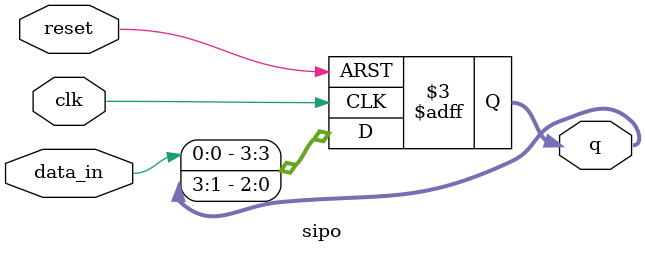
<source format=v>
module sipo(clk, reset, data_in, q);
  input clk, reset;
  input data_in;

  output [3:0] q;

  reg [3:0] q;

  always @(negedge reset or posedge clk) begin
    if (~reset)
      q = 4'b000;
    else
      begin
        q[2:0] = q[3:1];
        q[3] = data_in;
      end
  end
endmodule

</source>
